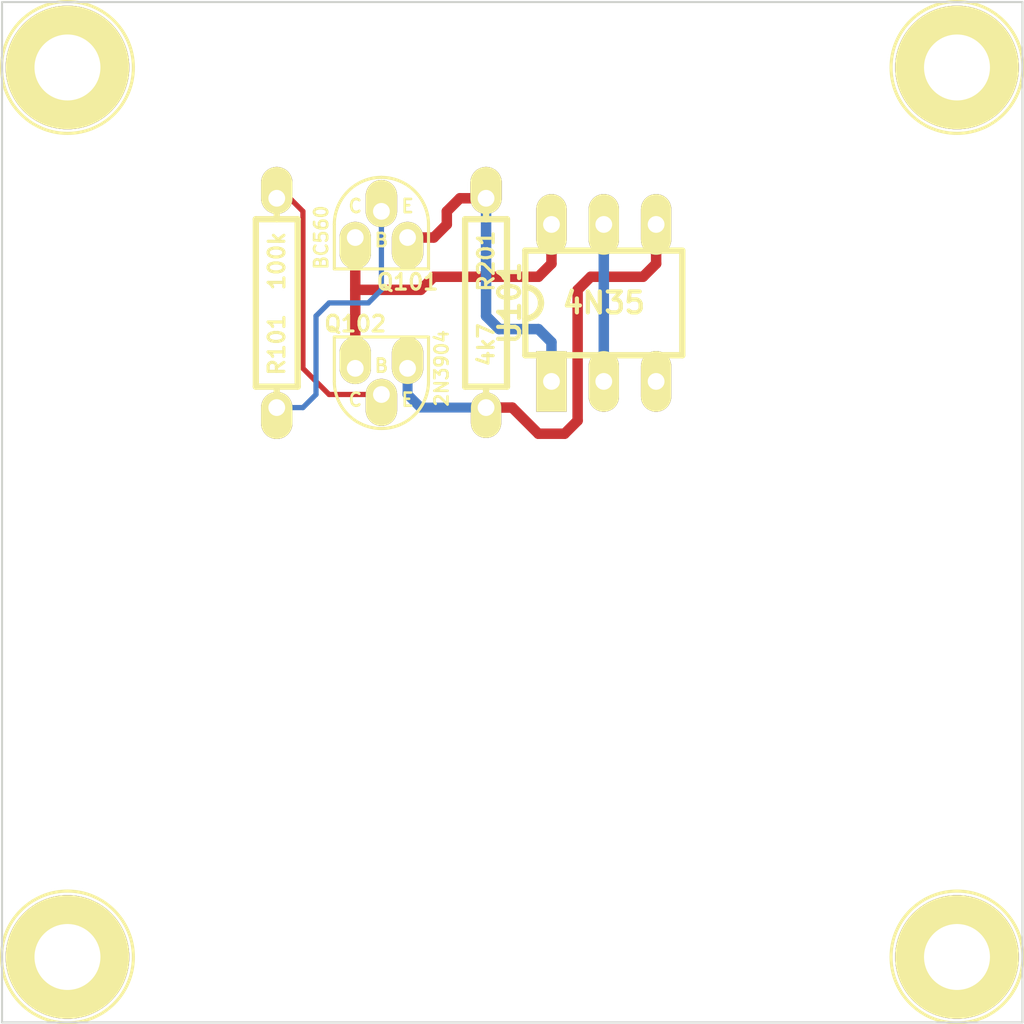
<source format=kicad_pcb>
(kicad_pcb (version 3) (host pcbnew "(2013-07-07 BZR 4022)-stable")

  (general
    (links 9)
    (no_connects 0)
    (area 196.799999 107.899999 246.430001 157.530001)
    (thickness 1.6)
    (drawings 4)
    (tracks 42)
    (zones 0)
    (modules 9)
    (nets 7)
  )

  (page A3)
  (layers
    (15 F.Cu signal)
    (0 B.Cu signal)
    (16 B.Adhes user)
    (17 F.Adhes user)
    (18 B.Paste user)
    (19 F.Paste user)
    (20 B.SilkS user)
    (21 F.SilkS user)
    (22 B.Mask user)
    (23 F.Mask user)
    (24 Dwgs.User user)
    (25 Cmts.User user)
    (26 Eco1.User user)
    (27 Eco2.User user)
    (28 Edge.Cuts user)
  )

  (setup
    (last_trace_width 0.508)
    (user_trace_width 0.508)
    (trace_clearance 0.254)
    (zone_clearance 0.508)
    (zone_45_only no)
    (trace_min 0.254)
    (segment_width 0.2)
    (edge_width 0.1)
    (via_size 0.889)
    (via_drill 0.635)
    (via_min_size 0.889)
    (via_min_drill 0.508)
    (uvia_size 0.508)
    (uvia_drill 0.127)
    (uvias_allowed no)
    (uvia_min_size 0.508)
    (uvia_min_drill 0.127)
    (pcb_text_width 0.3)
    (pcb_text_size 1.5 1.5)
    (mod_edge_width 0.15)
    (mod_text_size 1 1)
    (mod_text_width 0.15)
    (pad_size 2.2098 1.4732)
    (pad_drill 0.8128)
    (pad_to_mask_clearance 0)
    (aux_axis_origin 0 0)
    (visible_elements 7FFFFFFF)
    (pcbplotparams
      (layerselection 3178497)
      (usegerberextensions true)
      (excludeedgelayer true)
      (linewidth 0.150000)
      (plotframeref false)
      (viasonmask false)
      (mode 1)
      (useauxorigin false)
      (hpglpennumber 1)
      (hpglpenspeed 20)
      (hpglpendiameter 15)
      (hpglpenoverlay 2)
      (psnegative false)
      (psa4output false)
      (plotreference true)
      (plotvalue true)
      (plotothertext true)
      (plotinvisibletext false)
      (padsonsilk false)
      (subtractmaskfromsilk false)
      (outputformat 1)
      (mirror false)
      (drillshape 1)
      (scaleselection 1)
      (outputdirectory ""))
  )

  (net 0 "")
  (net 1 GND)
  (net 2 N-000001)
  (net 3 N-000002)
  (net 4 N-000003)
  (net 5 N-000005)
  (net 6 N-000006)

  (net_class Default "This is the default net class."
    (clearance 0.254)
    (trace_width 0.254)
    (via_dia 0.889)
    (via_drill 0.635)
    (uvia_dia 0.508)
    (uvia_drill 0.127)
    (add_net "")
    (add_net GND)
    (add_net N-000001)
    (add_net N-000002)
    (add_net N-000003)
    (add_net N-000005)
    (add_net N-000006)
  )

  (module TO-92_Q_EBC (layer F.Cu) (tedit 531345AE) (tstamp 53134CA0)
    (at 215.265 126.365)
    (descr "TO-92 Transistor, EBC pinout")
    (tags DEV)
    (path /53134C44)
    (fp_text reference Q102 (at -1.27 -2.794) (layer F.SilkS)
      (effects (font (size 0.762 0.762) (thickness 0.1524)))
    )
    (fp_text value 2N3904 (at 2.921 -0.635 90) (layer F.SilkS)
      (effects (font (size 0.635 0.635) (thickness 0.127)))
    )
    (fp_line (start 2.286 0) (end 2.286 -2.159) (layer F.SilkS) (width 0.15))
    (fp_line (start 2.286 -2.159) (end -2.286 -2.159) (layer F.SilkS) (width 0.15))
    (fp_line (start -2.286 -2.159) (end -2.286 0) (layer F.SilkS) (width 0.15))
    (fp_arc (start 0 0) (end 0 2.286) (angle 90) (layer F.SilkS) (width 0.15))
    (fp_arc (start 0 0) (end 2.286 0) (angle 90) (layer F.SilkS) (width 0.15))
    (fp_text user E (at 1.27 0.889) (layer F.SilkS)
      (effects (font (size 0.635 0.635) (thickness 0.127)))
    )
    (fp_text user B (at 0 -0.762) (layer F.SilkS)
      (effects (font (size 0.635 0.635) (thickness 0.127)))
    )
    (fp_text user C (at -1.27 0.889) (layer F.SilkS)
      (effects (font (size 0.635 0.635) (thickness 0.127)))
    )
    (pad 1 thru_hole oval (at 1.27 -0.635) (size 1.524 2.286) (drill 0.8128 (offset 0 -0.381))
      (layers *.Cu *.Mask F.SilkS)
      (net 1 GND)
    )
    (pad 2 thru_hole oval (at 0 0.635) (size 1.524 2.286) (drill 0.8128 (offset 0 0.381))
      (layers *.Cu *.Mask F.SilkS)
      (net 4 N-000003)
    )
    (pad 3 thru_hole oval (at -1.27 -0.635) (size 1.524 2.286) (drill 0.8128 (offset 0 -0.381))
      (layers *.Cu *.Mask F.SilkS)
      (net 3 N-000002)
    )
    (model to-xxx-packages/to92.wrl
      (at (xyz 0 0 0))
      (scale (xyz 1 1 1))
      (rotate (xyz 0 0 0))
    )
  )

  (module TO-92_Q_CBE (layer F.Cu) (tedit 53134594) (tstamp 53134CAF)
    (at 215.265 118.745 180)
    (descr "TO-92 Transistor, CBE pinout")
    (tags DEV)
    (path /53134C53)
    (fp_text reference Q101 (at -1.27 -2.794 180) (layer F.SilkS)
      (effects (font (size 0.762 0.762) (thickness 0.1524)))
    )
    (fp_text value BC560 (at 2.921 -0.635 270) (layer F.SilkS)
      (effects (font (size 0.635 0.635) (thickness 0.127)))
    )
    (fp_line (start 2.286 0) (end 2.286 -2.159) (layer F.SilkS) (width 0.15))
    (fp_line (start 2.286 -2.159) (end -2.286 -2.159) (layer F.SilkS) (width 0.15))
    (fp_line (start -2.286 -2.159) (end -2.286 0) (layer F.SilkS) (width 0.15))
    (fp_arc (start 0 0) (end 0 2.286) (angle 90) (layer F.SilkS) (width 0.15))
    (fp_arc (start 0 0) (end 2.286 0) (angle 90) (layer F.SilkS) (width 0.15))
    (fp_text user C (at 1.27 0.889 180) (layer F.SilkS)
      (effects (font (size 0.635 0.635) (thickness 0.127)))
    )
    (fp_text user B (at 0 -0.762 180) (layer F.SilkS)
      (effects (font (size 0.635 0.635) (thickness 0.127)))
    )
    (fp_text user E (at -1.27 0.889 180) (layer F.SilkS)
      (effects (font (size 0.635 0.635) (thickness 0.127)))
    )
    (pad 1 thru_hole oval (at 1.27 -0.635 180) (size 1.524 2.286) (drill 0.8128 (offset 0 -0.381))
      (layers *.Cu *.Mask F.SilkS)
      (net 3 N-000002)
    )
    (pad 2 thru_hole oval (at 0 0.635 180) (size 1.524 2.286) (drill 0.8128 (offset 0 0.381))
      (layers *.Cu *.Mask F.SilkS)
      (net 5 N-000005)
    )
    (pad 3 thru_hole oval (at -1.27 -0.635 180) (size 1.524 2.286) (drill 0.8128 (offset 0 -0.381))
      (layers *.Cu *.Mask F.SilkS)
      (net 6 N-000006)
    )
    (model to-xxx-packages/to92.wrl
      (at (xyz 0 0 0))
      (scale (xyz 1 1 1))
      (rotate (xyz 0 0 0))
    )
  )

  (module R_AXIAL_0W25 (layer F.Cu) (tedit 53134DFB) (tstamp 53134E37)
    (at 210.185 122.555 90)
    (descr "Resistor Axial 1/4W 0.4\"")
    (tags R)
    (path /53133287)
    (autoplace_cost180 10)
    (fp_text reference R101 (at -2.032 0 90) (layer F.SilkS)
      (effects (font (size 0.762 0.762) (thickness 0.1524)))
    )
    (fp_text value 100k (at 2.032 0 90) (layer F.SilkS)
      (effects (font (size 0.762 0.762) (thickness 0.1524)))
    )
    (fp_line (start -5.08 0) (end -4.064 0) (layer F.SilkS) (width 0.3048))
    (fp_line (start -4.064 0) (end -4.064 -1.016) (layer F.SilkS) (width 0.3048))
    (fp_line (start -4.064 -1.016) (end 4.064 -1.016) (layer F.SilkS) (width 0.3048))
    (fp_line (start 4.064 -1.016) (end 4.064 1.016) (layer F.SilkS) (width 0.3048))
    (fp_line (start 4.064 1.016) (end -4.064 1.016) (layer F.SilkS) (width 0.3048))
    (fp_line (start -4.064 1.016) (end -4.064 0) (layer F.SilkS) (width 0.3048))
    (fp_line (start 5.08 0) (end 4.064 0) (layer F.SilkS) (width 0.3048))
    (pad 1 thru_hole oval (at -5.08 0 90) (size 2.286 1.524) (drill 0.8128 (offset -0.381 0))
      (layers *.Cu *.Mask F.SilkS)
      (net 5 N-000005)
    )
    (pad 2 thru_hole oval (at 5.08 0 90) (size 2.286 1.524) (drill 0.8128 (offset 0.381 0))
      (layers *.Cu *.Mask F.SilkS)
      (net 4 N-000003)
    )
    (model discret/resistor.wrl
      (at (xyz 0 0 0))
      (scale (xyz 0.4 0.4 0.4))
      (rotate (xyz 0 0 0))
    )
  )

  (module R_AXIAL_0W25 (layer F.Cu) (tedit 5313A7D8) (tstamp 53134E44)
    (at 220.345 122.555 270)
    (descr "Resistor Axial 1/4W 0.4\"")
    (tags R)
    (path /53133298)
    (autoplace_cost180 10)
    (fp_text reference R201 (at -2.032 0 270) (layer F.SilkS)
      (effects (font (size 0.762 0.762) (thickness 0.1524)))
    )
    (fp_text value 4k7 (at 2.032 0 270) (layer F.SilkS)
      (effects (font (size 0.762 0.762) (thickness 0.1524)))
    )
    (fp_line (start -5.08 0) (end -4.064 0) (layer F.SilkS) (width 0.3048))
    (fp_line (start -4.064 0) (end -4.064 -1.016) (layer F.SilkS) (width 0.3048))
    (fp_line (start -4.064 -1.016) (end 4.064 -1.016) (layer F.SilkS) (width 0.3048))
    (fp_line (start 4.064 -1.016) (end 4.064 1.016) (layer F.SilkS) (width 0.3048))
    (fp_line (start 4.064 1.016) (end -4.064 1.016) (layer F.SilkS) (width 0.3048))
    (fp_line (start -4.064 1.016) (end -4.064 0) (layer F.SilkS) (width 0.3048))
    (fp_line (start 5.08 0) (end 4.064 0) (layer F.SilkS) (width 0.3048))
    (pad 1 thru_hole oval (at -5.08 0 270) (size 2.286 1.524) (drill 0.8128 (offset -0.381 0))
      (layers *.Cu *.Mask F.SilkS)
      (net 6 N-000006)
    )
    (pad 2 thru_hole oval (at 5.08 0 270) (size 2.2098 1.4732) (drill 0.8128 (offset 0.3683 0))
      (layers *.Cu *.Mask F.SilkS)
      (net 1 GND)
    )
    (model discret/resistor.wrl
      (at (xyz 0 0 0))
      (scale (xyz 0.4 0.4 0.4))
      (rotate (xyz 0 0 0))
    )
  )

  (module hole_M3 (layer F.Cu) (tedit 527B3F50) (tstamp 531355DB)
    (at 200.025 111.125)
    (descr "M3 mounting hole")
    (path /53135434)
    (fp_text reference H101 (at 0 -3.048) (layer F.SilkS) hide
      (effects (font (size 1.016 1.016) (thickness 0.254)))
    )
    (fp_text value HOLE (at 0 2.794) (layer F.SilkS) hide
      (effects (font (size 1.016 1.016) (thickness 0.254)))
    )
    (fp_circle (center 0 0) (end 0 3.2) (layer F.SilkS) (width 0.15))
    (pad 1 thru_hole circle (at 0 0) (size 6 6) (drill 3.2)
      (layers *.Cu *.Mask F.SilkS)
    )
  )

  (module hole_M3 (layer F.Cu) (tedit 527B3F50) (tstamp 531355E1)
    (at 243.205 111.125)
    (descr "M3 mounting hole")
    (path /53135441)
    (fp_text reference H102 (at 0 -3.048) (layer F.SilkS) hide
      (effects (font (size 1.016 1.016) (thickness 0.254)))
    )
    (fp_text value HOLE (at 0 2.794) (layer F.SilkS) hide
      (effects (font (size 1.016 1.016) (thickness 0.254)))
    )
    (fp_circle (center 0 0) (end 0 3.2) (layer F.SilkS) (width 0.15))
    (pad 1 thru_hole circle (at 0 0) (size 6 6) (drill 3.2)
      (layers *.Cu *.Mask F.SilkS)
    )
  )

  (module hole_M3 (layer F.Cu) (tedit 527B3F50) (tstamp 531355E7)
    (at 200.025 154.305)
    (descr "M3 mounting hole")
    (path /53135447)
    (fp_text reference H103 (at 0 -3.048) (layer F.SilkS) hide
      (effects (font (size 1.016 1.016) (thickness 0.254)))
    )
    (fp_text value HOLE (at 0 2.794) (layer F.SilkS) hide
      (effects (font (size 1.016 1.016) (thickness 0.254)))
    )
    (fp_circle (center 0 0) (end 0 3.2) (layer F.SilkS) (width 0.15))
    (pad 1 thru_hole circle (at 0 0) (size 6 6) (drill 3.2)
      (layers *.Cu *.Mask F.SilkS)
    )
  )

  (module hole_M3 (layer F.Cu) (tedit 527B3F50) (tstamp 531355ED)
    (at 243.205 154.305)
    (descr "M3 mounting hole")
    (path /5313544D)
    (fp_text reference H104 (at 0 -3.048) (layer F.SilkS) hide
      (effects (font (size 1.016 1.016) (thickness 0.254)))
    )
    (fp_text value HOLE (at 0 2.794) (layer F.SilkS) hide
      (effects (font (size 1.016 1.016) (thickness 0.254)))
    )
    (fp_circle (center 0 0) (end 0 3.2) (layer F.SilkS) (width 0.15))
    (pad 1 thru_hole circle (at 0 0) (size 6 6) (drill 3.2)
      (layers *.Cu *.Mask F.SilkS)
    )
  )

  (module DIP6 (layer F.Cu) (tedit 5313A715) (tstamp 5313A209)
    (at 226.06 122.555)
    (descr "6-lead DIP package")
    (tags DIP)
    (path /5313A192)
    (fp_text reference U101 (at -4.572 0 90) (layer F.SilkS)
      (effects (font (size 1.016 1.016) (thickness 0.2032)))
    )
    (fp_text value 4N35 (at 0 0) (layer F.SilkS)
      (effects (font (size 1.016 1.016) (thickness 0.2032)))
    )
    (fp_arc (start -3.81 0) (end -3.81 -0.762) (angle 90) (layer F.SilkS) (width 0.3048))
    (fp_arc (start -3.81 0) (end -3.048 0) (angle 90) (layer F.SilkS) (width 0.3048))
    (fp_line (start -3.81 -2.54) (end 3.81 -2.54) (layer F.SilkS) (width 0.3048))
    (fp_line (start 3.81 -2.54) (end 3.81 2.54) (layer F.SilkS) (width 0.3048))
    (fp_line (start 3.81 2.54) (end -3.81 2.54) (layer F.SilkS) (width 0.3048))
    (fp_line (start -3.81 2.54) (end -3.81 -2.54) (layer F.SilkS) (width 0.3048))
    (pad 1 thru_hole rect (at -2.54 3.81) (size 1.4732 2.9464) (drill 0.8128)
      (layers *.Cu *.Mask F.SilkS)
      (net 6 N-000006)
    )
    (pad 2 thru_hole oval (at 0 3.81) (size 1.4732 2.9464) (drill 0.8128)
      (layers *.Cu *.Mask F.SilkS)
      (net 2 N-000001)
    )
    (pad 3 thru_hole oval (at 2.54 3.81) (size 1.4732 2.9464) (drill 0.8128)
      (layers *.Cu *.Mask F.SilkS)
    )
    (pad 4 thru_hole oval (at 2.54 -3.81) (size 1.4732 2.9464) (drill 0.8128)
      (layers *.Cu *.Mask F.SilkS)
      (net 1 GND)
    )
    (pad 5 thru_hole oval (at 0 -3.81) (size 1.4732 2.9464) (drill 0.8128)
      (layers *.Cu *.Mask F.SilkS)
      (net 2 N-000001)
    )
    (pad 6 thru_hole oval (at -2.54 -3.81) (size 1.4732 2.9464) (drill 0.8128)
      (layers *.Cu *.Mask F.SilkS)
      (net 3 N-000002)
    )
    (model dil/dil_8.wrl
      (at (xyz 0 0 0))
      (scale (xyz 1 1 1))
      (rotate (xyz 0 0 0))
    )
  )

  (gr_line (start 196.85 107.95) (end 196.85 157.48) (angle 90) (layer Edge.Cuts) (width 0.1))
  (gr_line (start 246.38 107.95) (end 196.85 107.95) (angle 90) (layer Edge.Cuts) (width 0.1))
  (gr_line (start 246.38 157.48) (end 246.38 107.95) (angle 90) (layer Edge.Cuts) (width 0.1))
  (gr_line (start 196.85 157.48) (end 246.38 157.48) (angle 90) (layer Edge.Cuts) (width 0.1))

  (segment (start 228.6 118.745) (end 228.6 120.65) (width 0.508) (layer F.Cu) (net 1))
  (segment (start 221.615 127.635) (end 220.345 127.635) (width 0.508) (layer F.Cu) (net 1) (tstamp 531460E6))
  (segment (start 222.885 128.905) (end 221.615 127.635) (width 0.508) (layer F.Cu) (net 1) (tstamp 531460E5))
  (segment (start 224.155 128.905) (end 222.885 128.905) (width 0.508) (layer F.Cu) (net 1) (tstamp 531460E4))
  (segment (start 224.79 128.27) (end 224.155 128.905) (width 0.508) (layer F.Cu) (net 1) (tstamp 531460E3))
  (segment (start 224.79 121.92) (end 224.79 128.27) (width 0.508) (layer F.Cu) (net 1) (tstamp 531460E2))
  (segment (start 225.425 121.285) (end 224.79 121.92) (width 0.508) (layer F.Cu) (net 1) (tstamp 531460E1))
  (segment (start 227.965 121.285) (end 225.425 121.285) (width 0.508) (layer F.Cu) (net 1) (tstamp 531460E0))
  (segment (start 228.6 120.65) (end 227.965 121.285) (width 0.508) (layer F.Cu) (net 1) (tstamp 531460DF))
  (segment (start 217.17 127.635) (end 220.345 127.635) (width 0.4826) (layer B.Cu) (net 1) (tstamp 5313350C))
  (segment (start 216.535 127) (end 217.17 127.635) (width 0.4826) (layer B.Cu) (net 1) (tstamp 53133504))
  (segment (start 216.535 125.73) (end 216.535 127) (width 0.4826) (layer B.Cu) (net 1))
  (segment (start 226.06 118.745) (end 226.06 126.365) (width 0.508) (layer B.Cu) (net 2))
  (segment (start 223.52 118.745) (end 223.52 120.65) (width 0.508) (layer F.Cu) (net 3))
  (segment (start 217.17 121.92) (end 213.995 121.92) (width 0.508) (layer F.Cu) (net 3) (tstamp 5313A30C))
  (segment (start 217.805 121.285) (end 217.17 121.92) (width 0.508) (layer F.Cu) (net 3) (tstamp 5313A2FF))
  (segment (start 222.885 121.285) (end 217.805 121.285) (width 0.508) (layer F.Cu) (net 3) (tstamp 5313A2FE))
  (segment (start 223.52 120.65) (end 222.885 121.285) (width 0.508) (layer F.Cu) (net 3) (tstamp 5313A2FB))
  (segment (start 213.995 119.38) (end 213.995 121.92) (width 0.508) (layer F.Cu) (net 3))
  (segment (start 213.995 121.92) (end 213.995 125.73) (width 0.508) (layer F.Cu) (net 3) (tstamp 5313A311))
  (segment (start 210.185 117.475) (end 210.82 117.475) (width 0.254) (layer F.Cu) (net 4))
  (segment (start 212.725 127) (end 215.265 127) (width 0.254) (layer F.Cu) (net 4) (tstamp 53134F3B))
  (segment (start 211.455 125.73) (end 212.725 127) (width 0.254) (layer F.Cu) (net 4) (tstamp 53134F33))
  (segment (start 211.455 118.11) (end 211.455 125.73) (width 0.254) (layer F.Cu) (net 4) (tstamp 53134F31))
  (segment (start 210.82 117.475) (end 211.455 118.11) (width 0.254) (layer F.Cu) (net 4) (tstamp 53134F2E))
  (segment (start 215.265 118.11) (end 215.265 121.92) (width 0.254) (layer B.Cu) (net 5))
  (segment (start 211.455 127.635) (end 210.185 127.635) (width 0.254) (layer B.Cu) (net 5) (tstamp 53134EBE))
  (segment (start 212.09 127) (end 211.455 127.635) (width 0.254) (layer B.Cu) (net 5) (tstamp 53134EBB))
  (segment (start 212.09 123.19) (end 212.09 127) (width 0.254) (layer B.Cu) (net 5) (tstamp 53134EBA))
  (segment (start 212.725 122.555) (end 212.09 123.19) (width 0.254) (layer B.Cu) (net 5) (tstamp 53134EB7))
  (segment (start 214.63 122.555) (end 212.725 122.555) (width 0.254) (layer B.Cu) (net 5) (tstamp 53134EB6))
  (segment (start 215.265 121.92) (end 214.63 122.555) (width 0.254) (layer B.Cu) (net 5) (tstamp 53134EB1))
  (segment (start 223.52 126.365) (end 223.52 124.46) (width 0.508) (layer B.Cu) (net 6))
  (segment (start 220.345 123.19) (end 220.345 117.475) (width 0.508) (layer B.Cu) (net 6) (tstamp 5313A328))
  (segment (start 220.98 123.825) (end 220.345 123.19) (width 0.508) (layer B.Cu) (net 6) (tstamp 5313A325))
  (segment (start 222.885 123.825) (end 220.98 123.825) (width 0.508) (layer B.Cu) (net 6) (tstamp 5313A324))
  (segment (start 223.52 124.46) (end 222.885 123.825) (width 0.508) (layer B.Cu) (net 6) (tstamp 5313A31E))
  (segment (start 216.535 119.38) (end 217.805 119.38) (width 0.508) (layer F.Cu) (net 6))
  (segment (start 217.805 119.38) (end 218.44 118.745) (width 0.508) (layer F.Cu) (net 6) (tstamp 53134EFE))
  (segment (start 218.44 118.745) (end 218.44 118.11) (width 0.508) (layer F.Cu) (net 6) (tstamp 53134F00))
  (segment (start 218.44 118.11) (end 219.075 117.475) (width 0.508) (layer F.Cu) (net 6) (tstamp 53134F01))
  (segment (start 219.075 117.475) (end 220.345 117.475) (width 0.508) (layer F.Cu) (net 6) (tstamp 53134F02))

)

</source>
